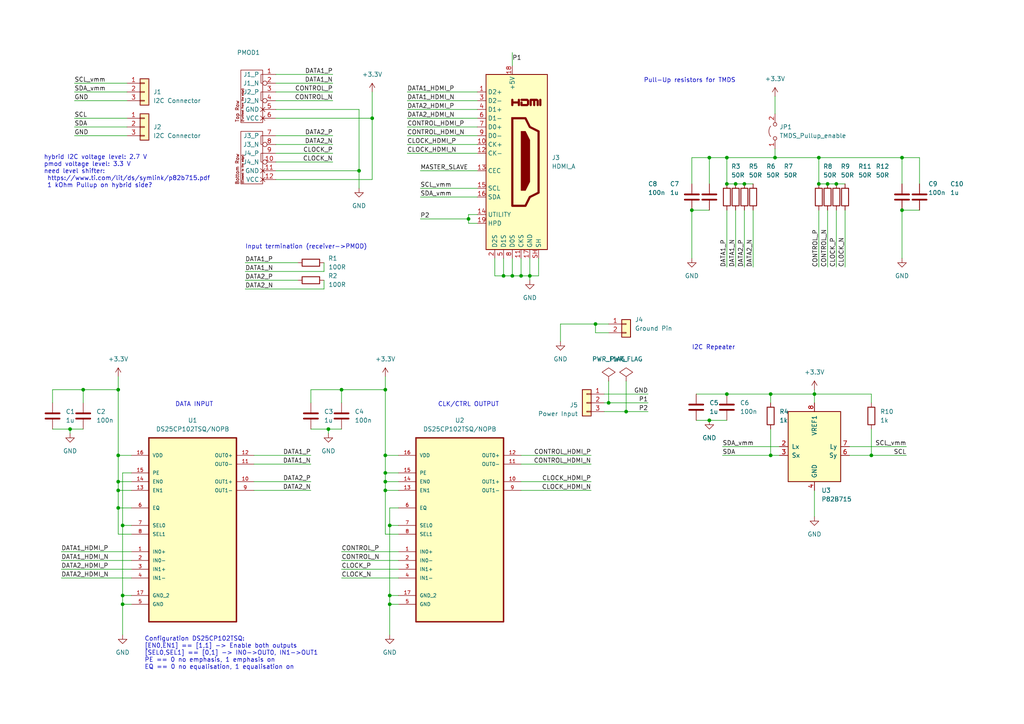
<source format=kicad_sch>
(kicad_sch (version 20230121) (generator eeschema)
  (paper "A4")
  (lib_symbols
    (symbol "Connector:HDMI_A"
      (property "Reference" "J" (at -6.35 26.67 0))
      (property "Value" "HDMI_A" (at 10.16 26.67 0))
      (symbol "HDMI_A_0_0"
        (polyline (pts (xy 8.128 16.51) (xy 8.128 18.034)) (stroke (width 0.635)))
        (polyline (pts (xy 0 16.51) (xy 0 18.034) (xy 0 17.272) (xy 1.905 17.272) (xy 1.905 18.034) (xy 1.905 16.51)) (stroke (width 0.635)))
        (polyline (pts (xy 2.667 18.034) (xy 4.318 18.034) (xy 4.572 17.78) (xy 4.572 16.764) (xy 4.318 16.51) (xy 2.667 16.51) (xy 2.667 17.272)) (stroke (width 0.635)))
      )
      (symbol "HDMI_A_0_1"
        (rectangle (start -7.62 25.4) (end 10.16 -25.4) (stroke (width 0.254)) (fill (type background)))
        (polyline (pts (xy 2.54 8.89) (xy 3.81 8.89) (xy 5.08 6.35) (xy 5.08 -5.715) (xy 3.81 -8.255) (xy 2.54 -8.255) (xy 2.54 8.89)) (fill (type outline)))
        (polyline (pts (xy 5.334 16.51) (xy 5.334 18.034) (xy 6.35 18.034) (xy 6.35 16.51) (xy 6.35 18.034) (xy 7.112 18.034) (xy 7.366 17.78) (xy 7.366 16.51)) (stroke (width 0.635)))
        (polyline (pts (xy 0 12.7) (xy 0 -12.7) (xy 3.81 -12.7) (xy 5.08 -10.16) (xy 7.62 -8.89) (xy 7.62 8.89) (xy 5.08 10.16) (xy 3.81 12.7) (xy 0 12.7)) (stroke (width 0.635)))
      )
      (symbol "HDMI_A_1_1"
        (pin passive line (at -10.16 20.32 0) (length 2.54) (name "D2+") (number "1"))
        (pin passive line (at -10.16 5.08 0) (length 2.54) (name "CK+") (number "10"))
        (pin power_in line (at 2.54 -27.94 90) (length 2.54) (name "CKS") (number "11"))
        (pin passive line (at -10.16 2.54 0) (length 2.54) (name "CK-") (number "12"))
        (pin bidirectional line (at -10.16 -2.54 0) (length 2.54) (name "CEC") (number "13"))
        (pin passive line (at -10.16 -15.24 0) (length 2.54) (name "UTILITY") (number "14"))
        (pin passive line (at -10.16 -7.62 0) (length 2.54) (name "SCL") (number "15"))
        (pin bidirectional line (at -10.16 -10.16 0) (length 2.54) (name "SDA") (number "16"))
        (pin power_in line (at 5.08 -27.94 90) (length 2.54) (name "GND") (number "17"))
        (pin power_in line (at 0 27.94 270) (length 2.54) (name "+5V") (number "18"))
        (pin passive line (at -10.16 -17.78 0) (length 2.54) (name "HPD") (number "19"))
        (pin power_in line (at -5.08 -27.94 90) (length 2.54) (name "D2S") (number "2"))
        (pin passive line (at -10.16 17.78 0) (length 2.54) (name "D2-") (number "3"))
        (pin passive line (at -10.16 15.24 0) (length 2.54) (name "D1+") (number "4"))
        (pin power_in line (at -2.54 -27.94 90) (length 2.54) (name "D1S") (number "5"))
        (pin passive line (at -10.16 12.7 0) (length 2.54) (name "D1-") (number "6"))
        (pin passive line (at -10.16 10.16 0) (length 2.54) (name "D0+") (number "7"))
        (pin power_in line (at 0 -27.94 90) (length 2.54) (name "D0S") (number "8"))
        (pin passive line (at -10.16 7.62 0) (length 2.54) (name "D0-") (number "9"))
        (pin passive line (at 7.62 -27.94 90) (length 2.54) (name "SH") (number "SH"))
      )
    )
    (symbol "Connector_Generic:Conn_01x02" (pin_names (offset 1.016) hide)
      (property "Reference" "J" (at 0 2.54 0))
      (property "Value" "Conn_01x02" (at 0 -5.08 0))
      (symbol "Conn_01x02_1_1"
        (rectangle (start -1.27 -2.413) (end 0 -2.667) (stroke (width 0.1524)))
        (rectangle (start -1.27 0.127) (end 0 -0.127) (stroke (width 0.1524)))
        (rectangle (start -1.27 1.27) (end 1.27 -3.81) (stroke (width 0.254)) (fill (type background)))
        (pin passive line (at -5.08 0 0) (length 3.81) (name "Pin_1") (number "1"))
        (pin passive line (at -5.08 -2.54 0) (length 3.81) (name "Pin_2") (number "2"))
      )
    )
    (symbol "Connector_Generic:Conn_01x03" (pin_names (offset 1.016) hide)
      (property "Reference" "J" (at 0 5.08 0))
      (property "Value" "Conn_01x03" (at 0 -5.08 0))
      (symbol "Conn_01x03_1_1"
        (rectangle (start -1.27 -2.413) (end 0 -2.667) (stroke (width 0.1524)))
        (rectangle (start -1.27 0.127) (end 0 -0.127) (stroke (width 0.1524)))
        (rectangle (start -1.27 2.667) (end 0 2.413) (stroke (width 0.1524)))
        (rectangle (start -1.27 3.81) (end 1.27 -3.81) (stroke (width 0.254)) (fill (type background)))
        (pin passive line (at -5.08 2.54 0) (length 3.81) (name "Pin_1") (number "1"))
        (pin passive line (at -5.08 0 0) (length 3.81) (name "Pin_2") (number "2"))
        (pin passive line (at -5.08 -2.54 0) (length 3.81) (name "Pin_3") (number "3"))
      )
    )
    (symbol "DS25CP102TSQ_NOPB:DS25CP102TSQ{slash}NOPB" (pin_names (offset 1.016))
      (property "Reference" "U" (at -6.03 24.8323 0))
      (property "Value" "DS25CP102TSQ{slash}NOPB" (at -6.8882 -32.8903 0))
      (symbol "DS25CP102TSQ{slash}NOPB_0_0"
        (rectangle (start -12.7 -30.48) (end 12.7 22.86) (stroke (width 0.4064)) (fill (type background)))
        (pin input line (at -17.78 -10.16 0) (length 5.08) (name "IN0+") (number "1"))
        (pin output line (at 17.78 10.16 180) (length 5.08) (name "OUT1+") (number "10"))
        (pin output line (at 17.78 15.24 180) (length 5.08) (name "OUT0-") (number "11"))
        (pin output line (at 17.78 17.78 180) (length 5.08) (name "OUT0+") (number "12"))
        (pin input line (at -17.78 7.62 0) (length 5.08) (name "EN1") (number "13"))
        (pin input line (at -17.78 10.16 0) (length 5.08) (name "EN0") (number "14"))
        (pin input line (at -17.78 12.7 0) (length 5.08) (name "PE") (number "15"))
        (pin power_in line (at -17.78 17.78 0) (length 5.08) (name "VDD") (number "16"))
        (pin passive line (at -17.78 -22.86 0) (length 5.08) (name "GND_2") (number "17"))
        (pin input line (at -17.78 -12.7 0) (length 5.08) (name "IN0-") (number "2"))
        (pin input line (at -17.78 -15.24 0) (length 5.08) (name "IN1+") (number "3"))
        (pin input line (at -17.78 -17.78 0) (length 5.08) (name "IN1-") (number "4"))
        (pin passive line (at -17.78 -25.4 0) (length 5.08) (name "GND") (number "5"))
        (pin input line (at -17.78 2.54 0) (length 5.08) (name "EQ") (number "6"))
        (pin input line (at -17.78 -2.54 0) (length 5.08) (name "SEL0") (number "7"))
        (pin input line (at -17.78 -5.08 0) (length 5.08) (name "SEL1") (number "8"))
        (pin output line (at 17.78 7.62 180) (length 5.08) (name "OUT1-") (number "9"))
      )
    )
    (symbol "Device:C" (pin_numbers hide) (pin_names (offset 0.254))
      (property "Reference" "C" (at 0.635 2.54 0))
      (property "Value" "C" (at 0.635 -2.54 0))
      (symbol "C_0_1"
        (polyline (pts (xy -2.032 -0.762) (xy 2.032 -0.762)) (stroke (width 0.508)))
        (polyline (pts (xy -2.032 0.762) (xy 2.032 0.762)) (stroke (width 0.508)))
      )
      (symbol "C_1_1"
        (pin passive line (at 0 3.81 270) (length 2.794) (name "~") (number "1"))
        (pin passive line (at 0 -3.81 90) (length 2.794) (name "~") (number "2"))
      )
    )
    (symbol "Device:R" (pin_numbers hide) (pin_names (offset 0))
      (property "Reference" "R" (at 2.032 0 90))
      (property "Value" "R" (at 0 0 90))
      (symbol "R_0_1"
        (rectangle (start -1.016 -2.54) (end 1.016 2.54) (stroke (width 0.254)))
      )
      (symbol "R_1_1"
        (pin passive line (at 0 3.81 270) (length 1.27) (name "~") (number "1"))
        (pin passive line (at 0 -3.81 90) (length 1.27) (name "~") (number "2"))
      )
    )
    (symbol "Interface:PCA9306D" (pin_names (offset 1.016))
      (property "Reference" "U?" (at 2.0194 -12.7 0))
      (property "Value" "P82B715" (at 2.0194 -15.24 0))
      (symbol "PCA9306D_0_1"
        (rectangle (start -7.62 10.16) (end 7.62 -10.16) (stroke (width 0.254)) (fill (type background)))
      )
      (symbol "PCA9306D_1_1"
        (pin bidirectional line (at -10.16 0 0) (length 2.54) (name "Lx") (number "2"))
        (pin bidirectional line (at -10.16 -2.54 0) (length 2.54) (name "Sx") (number "3"))
        (pin power_in line (at 0 -12.7 90) (length 2.54) (name "GND") (number "4"))
        (pin bidirectional line (at 10.16 -2.54 180) (length 2.54) (name "Sy") (number "6"))
        (pin bidirectional line (at 10.16 0 180) (length 2.54) (name "Ly") (number "7"))
        (pin power_in line (at 0 12.7 270) (length 2.54) (name "VREF1") (number "8"))
      )
    )
    (symbol "Jumper:Jumper_2_Open" (pin_names (offset 0) hide)
      (property "Reference" "JP" (at 0 2.794 0))
      (property "Value" "Jumper_2_Open" (at 0 -2.286 0))
      (symbol "Jumper_2_Open_0_0"
        (circle (center -2.032 0) (radius 0.508))
        (circle (center 2.032 0) (radius 0.508))
      )
      (symbol "Jumper_2_Open_0_1"
        (arc (start 1.524 1.27) (mid 0 1.778) (end -1.524 1.27))
      )
      (symbol "Jumper_2_Open_1_1"
        (pin passive line (at -5.08 0 0) (length 2.54) (name "A") (number "1"))
        (pin passive line (at 5.08 0 180) (length 2.54) (name "B") (number "2"))
      )
    )
    (symbol "otter:PWR_FLAG" (power) (pin_numbers hide) (pin_names (offset 0) hide)
      (property "Value" "PWR_FLAG" (at 0 4.572 0))
      (symbol "PWR_FLAG_0_0"
        (pin power_out line (at 0 0 90) (length 0) (name "pwr") (number "1"))
      )
      (symbol "PWR_FLAG_0_1"
        (polyline (pts (xy 0 0) (xy 0 1.27) (xy -1.905 2.54) (xy 0 3.81) (xy 1.905 2.54) (xy 0 1.27)))
      )
    )
    (symbol "pmod:PMOD-Device-x2-Type-XHS" (pin_names (offset 1.016))
      (property "Reference" "PMOD" (at -3.302 -1.27 0))
      (property "Datasheet" "https://docs.google.com/a/mithis.com/spreadsheets/d/1D-GboyrP57VVpejQzEm0P1WEORo1LAIt92hk1bZGEoo/edit#gid=0" (at -1.27 7.62 0))
      (symbol "PMOD-Device-x2-Type-XHS_0_0"
        (text "(Closest to the edge)" (at -5.842 -13.462 900) (effects (font (size 0.508 0.508))))
        (text "(Furthest from the edge)" (at -5.842 5.08 900) (effects (font (size 0.508 0.508))))
        (text "Bottom Row" (at -7.366 -13.462 900) (effects (font (size 0.9906 0.9906))))
        (text "Top Row" (at -7.366 3.302 900) (effects (font (size 0.9906 0.9906))))
      )
      (symbol "PMOD-Device-x2-Type-XHS_0_1"
        (rectangle (start -6.35 -2.54) (end 0 -17.78))
        (polyline (pts (xy 0 -11.43) (xy -0.508 -11.43) (xy -0.508 -8.89) (xy 0 -8.89)))
        (polyline (pts (xy 0 -6.35) (xy -0.508 -6.35) (xy -0.508 -3.81) (xy 0 -3.81)))
        (polyline (pts (xy 0 6.35) (xy -0.508 6.35) (xy -0.508 8.89) (xy 0 8.89)))
        (polyline (pts (xy 0 11.43) (xy -0.508 11.43) (xy -0.508 13.97) (xy 0 13.97)))
        (rectangle (start 0 15.24) (end -6.35 0))
      )
      (symbol "PMOD-Device-x2-Type-XHS_1_1"
        (pin bidirectional line (at 3.81 13.97 180) (length 3.81) (name "J1_P") (number "1"))
        (pin bidirectional inverted (at 3.81 -11.43 180) (length 3.81) (name "J4_N") (number "10"))
        (pin power_out non_logic (at 3.81 -13.97 180) (length 3.81) (name "GND") (number "11"))
        (pin power_out non_logic (at 3.81 -16.51 180) (length 3.81) (name "VCC") (number "12"))
        (pin bidirectional inverted (at 3.81 11.43 180) (length 3.81) (name "J1_N") (number "2"))
        (pin bidirectional line (at 3.81 8.89 180) (length 3.81) (name "J2_P") (number "3"))
        (pin bidirectional inverted (at 3.81 6.35 180) (length 3.81) (name "J2_N") (number "4"))
        (pin power_out non_logic (at 3.81 3.81 180) (length 3.81) (name "GND") (number "5"))
        (pin power_out non_logic (at 3.81 1.27 180) (length 3.81) (name "VCC") (number "6"))
        (pin bidirectional line (at 3.81 -3.81 180) (length 3.81) (name "J3_P") (number "7"))
        (pin bidirectional inverted (at 3.81 -6.35 180) (length 3.81) (name "J3_N") (number "8"))
        (pin bidirectional line (at 3.81 -8.89 180) (length 3.81) (name "J4_P") (number "9"))
      )
    )
    (symbol "power:+3.3V" (power) (pin_names (offset 0))
      (property "Value" "+3.3V" (at 0 3.556 0))
      (symbol "+3.3V_0_1"
        (polyline (pts (xy -0.762 1.27) (xy 0 2.54)))
        (polyline (pts (xy 0 0) (xy 0 2.54)))
        (polyline (pts (xy 0 2.54) (xy 0.762 1.27)))
      )
      (symbol "+3.3V_1_1"
        (pin power_in line (at 0 0 90) (length 0) hide (name "+3.3V") (number "1"))
      )
    )
    (symbol "power:GND" (power) (pin_names (offset 0))
      (property "Value" "GND" (at 0 -3.81 0))
      (symbol "GND_0_1"
        (polyline (pts (xy 0 0) (xy 0 -1.27) (xy 1.27 -1.27) (xy 0 -2.54) (xy -1.27 -1.27) (xy 0 -1.27)))
      )
      (symbol "GND_1_1"
        (pin power_in line (at 0 0 270) (length 0) hide (name "GND") (number "1"))
      )
    )
  )
  (junction (at 113.03 172.72))
  (junction (at 35.56 175.26))
  (junction (at 34.29 142.24))
  (junction (at 146.05 80.01))
  (junction (at 95.25 124.46))
  (junction (at 261.62 45.72))
  (junction (at 34.29 113.03))
  (junction (at 210.82 114.3))
  (junction (at 224.79 45.72))
  (junction (at 176.53 116.84))
  (junction (at 210.82 45.72))
  (junction (at 205.74 121.92))
  (junction (at 113.03 175.26))
  (junction (at 215.9 53.34))
  (junction (at 205.74 45.72))
  (junction (at 200.66 60.96))
  (junction (at 34.29 147.32))
  (junction (at 113.03 152.4))
  (junction (at 111.76 113.03))
  (junction (at 236.22 114.3))
  (junction (at 181.61 119.38))
  (junction (at 240.03 53.34))
  (junction (at 223.52 114.3))
  (junction (at 153.67 80.01))
  (junction (at 151.13 80.01))
  (junction (at 242.57 53.34))
  (junction (at 34.29 132.08))
  (junction (at 213.36 53.34))
  (junction (at 261.62 60.96))
  (junction (at 210.82 53.34))
  (junction (at 135.89 63.5))
  (junction (at 111.76 132.08))
  (junction (at 237.49 53.34))
  (junction (at 111.76 142.24))
  (junction (at 223.52 132.08))
  (junction (at 111.76 137.16))
  (junction (at 35.56 152.4))
  (junction (at 148.59 80.01))
  (junction (at 252.73 132.08))
  (junction (at 99.06 113.03))
  (junction (at 35.56 172.72))
  (junction (at 237.49 45.72))
  (junction (at 34.29 139.7))
  (junction (at 24.13 113.03))
  (junction (at 111.76 139.7))
  (junction (at 104.14 49.53))
  (junction (at 172.72 93.98))
  (junction (at 20.32 124.46))
  (junction (at 107.95 34.29))
  (wire (pts (xy 252.73 114.3) (xy 236.22 114.3)))
  (wire (pts (xy 80.01 52.07) (xy 107.95 52.07)))
  (wire (pts (xy 237.49 53.34) (xy 240.03 53.34)))
  (wire (pts (xy 90.17 132.08) (xy 73.66 132.08)))
  (wire (pts (xy 156.21 80.01) (xy 153.67 80.01)))
  (wire (pts (xy 21.59 29.21) (xy 36.83 29.21)))
  (wire (pts (xy 146.05 80.01) (xy 148.59 80.01)))
  (wire (pts (xy 80.01 31.75) (xy 104.14 31.75)))
  (wire (pts (xy 201.93 114.3) (xy 210.82 114.3)))
  (wire (pts (xy 99.06 113.03) (xy 99.06 116.84)))
  (wire (pts (xy 96.52 24.13) (xy 80.01 24.13)))
  (wire (pts (xy 262.89 129.54) (xy 246.38 129.54)))
  (wire (pts (xy 38.1 137.16) (xy 35.56 137.16)))
  (wire (pts (xy 99.06 113.03) (xy 111.76 113.03)))
  (wire (pts (xy 209.55 129.54) (xy 226.06 129.54)))
  (wire (pts (xy 107.95 52.07) (xy 107.95 34.29)))
  (wire (pts (xy 90.17 124.46) (xy 95.25 124.46)))
  (wire (pts (xy 121.92 57.15) (xy 138.43 57.15)))
  (wire (pts (xy 17.78 167.64) (xy 38.1 167.64)))
  (wire (pts (xy 210.82 45.72) (xy 224.79 45.72)))
  (wire (pts (xy 80.01 41.91) (xy 96.52 41.91)))
  (wire (pts (xy 205.74 45.72) (xy 210.82 45.72)))
  (wire (pts (xy 121.92 63.5) (xy 135.89 63.5)))
  (wire (pts (xy 156.21 74.93) (xy 156.21 80.01)))
  (wire (pts (xy 223.52 114.3) (xy 223.52 116.84)))
  (wire (pts (xy 236.22 114.3) (xy 236.22 116.84)))
  (wire (pts (xy 118.11 39.37) (xy 138.43 39.37)))
  (wire (pts (xy 71.12 76.2) (xy 86.36 76.2)))
  (wire (pts (xy 171.45 139.7) (xy 151.13 139.7)))
  (wire (pts (xy 223.52 124.46) (xy 223.52 132.08)))
  (wire (pts (xy 175.26 114.3) (xy 187.96 114.3)))
  (wire (pts (xy 135.89 64.77) (xy 138.43 64.77)))
  (wire (pts (xy 20.32 124.46) (xy 24.13 124.46)))
  (wire (pts (xy 252.73 116.84) (xy 252.73 114.3)))
  (wire (pts (xy 151.13 80.01) (xy 153.67 80.01)))
  (wire (pts (xy 35.56 175.26) (xy 35.56 172.72)))
  (wire (pts (xy 80.01 44.45) (xy 96.52 44.45)))
  (wire (pts (xy 213.36 77.47) (xy 213.36 60.96)))
  (wire (pts (xy 90.17 134.62) (xy 73.66 134.62)))
  (wire (pts (xy 113.03 175.26) (xy 113.03 172.72)))
  (wire (pts (xy 115.57 154.94) (xy 111.76 154.94)))
  (wire (pts (xy 21.59 24.13) (xy 36.83 24.13)))
  (wire (pts (xy 96.52 26.67) (xy 80.01 26.67)))
  (wire (pts (xy 223.52 114.3) (xy 236.22 114.3)))
  (wire (pts (xy 224.79 43.18) (xy 224.79 45.72)))
  (wire (pts (xy 240.03 53.34) (xy 242.57 53.34)))
  (wire (pts (xy 118.11 31.75) (xy 138.43 31.75)))
  (wire (pts (xy 237.49 77.47) (xy 237.49 60.96)))
  (wire (pts (xy 261.62 74.93) (xy 261.62 60.96)))
  (wire (pts (xy 121.92 54.61) (xy 138.43 54.61)))
  (wire (pts (xy 96.52 21.59) (xy 80.01 21.59)))
  (wire (pts (xy 237.49 45.72) (xy 237.49 53.34)))
  (wire (pts (xy 162.56 99.06) (xy 162.56 93.98)))
  (wire (pts (xy 148.59 74.93) (xy 148.59 80.01)))
  (wire (pts (xy 205.74 121.92) (xy 210.82 121.92)))
  (wire (pts (xy 115.57 147.32) (xy 113.03 147.32)))
  (wire (pts (xy 237.49 45.72) (xy 261.62 45.72)))
  (wire (pts (xy 181.61 119.38) (xy 187.96 119.38)))
  (wire (pts (xy 245.11 77.47) (xy 245.11 60.96)))
  (wire (pts (xy 118.11 36.83) (xy 138.43 36.83)))
  (wire (pts (xy 21.59 26.67) (xy 36.83 26.67)))
  (wire (pts (xy 201.93 121.92) (xy 205.74 121.92)))
  (wire (pts (xy 176.53 110.49) (xy 176.53 116.84)))
  (wire (pts (xy 34.29 147.32) (xy 38.1 147.32)))
  (wire (pts (xy 35.56 172.72) (xy 38.1 172.72)))
  (wire (pts (xy 115.57 132.08) (xy 111.76 132.08)))
  (wire (pts (xy 113.03 184.15) (xy 113.03 175.26)))
  (wire (pts (xy 35.56 137.16) (xy 35.56 152.4)))
  (wire (pts (xy 135.89 63.5) (xy 135.89 64.77)))
  (wire (pts (xy 261.62 60.96) (xy 266.7 60.96)))
  (wire (pts (xy 215.9 77.47) (xy 215.9 60.96)))
  (wire (pts (xy 153.67 80.01) (xy 153.67 81.28)))
  (wire (pts (xy 113.03 175.26) (xy 115.57 175.26)))
  (wire (pts (xy 118.11 34.29) (xy 138.43 34.29)))
  (wire (pts (xy 99.06 165.1) (xy 115.57 165.1)))
  (wire (pts (xy 95.25 124.46) (xy 95.25 125.73)))
  (wire (pts (xy 111.76 142.24) (xy 111.76 154.94)))
  (wire (pts (xy 80.01 49.53) (xy 104.14 49.53)))
  (wire (pts (xy 71.12 83.82) (xy 93.98 83.82)))
  (wire (pts (xy 80.01 34.29) (xy 107.95 34.29)))
  (wire (pts (xy 200.66 53.34) (xy 200.66 45.72)))
  (wire (pts (xy 172.72 93.98) (xy 176.53 93.98)))
  (wire (pts (xy 90.17 142.24) (xy 73.66 142.24)))
  (wire (pts (xy 262.89 132.08) (xy 252.73 132.08)))
  (wire (pts (xy 162.56 93.98) (xy 172.72 93.98)))
  (wire (pts (xy 200.66 60.96) (xy 205.74 60.96)))
  (wire (pts (xy 118.11 41.91) (xy 138.43 41.91)))
  (wire (pts (xy 242.57 77.47) (xy 242.57 60.96)))
  (wire (pts (xy 138.43 62.23) (xy 135.89 62.23)))
  (wire (pts (xy 153.67 74.93) (xy 153.67 80.01)))
  (wire (pts (xy 20.32 124.46) (xy 20.32 125.73)))
  (wire (pts (xy 261.62 53.34) (xy 261.62 45.72)))
  (wire (pts (xy 266.7 53.34) (xy 266.7 45.72)))
  (wire (pts (xy 175.26 116.84) (xy 176.53 116.84)))
  (wire (pts (xy 111.76 139.7) (xy 115.57 139.7)))
  (wire (pts (xy 34.29 139.7) (xy 34.29 132.08)))
  (wire (pts (xy 111.76 113.03) (xy 111.76 132.08)))
  (wire (pts (xy 15.24 116.84) (xy 15.24 113.03)))
  (wire (pts (xy 95.25 124.46) (xy 99.06 124.46)))
  (wire (pts (xy 176.53 96.52) (xy 172.72 96.52)))
  (wire (pts (xy 80.01 46.99) (xy 96.52 46.99)))
  (wire (pts (xy 80.01 39.37) (xy 96.52 39.37)))
  (wire (pts (xy 146.05 74.93) (xy 146.05 80.01)))
  (wire (pts (xy 21.59 39.37) (xy 36.83 39.37)))
  (wire (pts (xy 148.59 80.01) (xy 151.13 80.01)))
  (wire (pts (xy 210.82 114.3) (xy 223.52 114.3)))
  (wire (pts (xy 223.52 132.08) (xy 226.06 132.08)))
  (wire (pts (xy 176.53 116.84) (xy 187.96 116.84)))
  (wire (pts (xy 34.29 113.03) (xy 34.29 132.08)))
  (wire (pts (xy 252.73 124.46) (xy 252.73 132.08)))
  (wire (pts (xy 38.1 132.08) (xy 34.29 132.08)))
  (wire (pts (xy 252.73 132.08) (xy 246.38 132.08)))
  (wire (pts (xy 148.59 15.24) (xy 148.59 19.05)))
  (wire (pts (xy 143.51 74.93) (xy 143.51 80.01)))
  (wire (pts (xy 171.45 132.08) (xy 151.13 132.08)))
  (wire (pts (xy 240.03 77.47) (xy 240.03 60.96)))
  (wire (pts (xy 118.11 26.67) (xy 138.43 26.67)))
  (wire (pts (xy 213.36 53.34) (xy 215.9 53.34)))
  (wire (pts (xy 115.57 142.24) (xy 111.76 142.24)))
  (wire (pts (xy 35.56 184.15) (xy 35.56 175.26)))
  (wire (pts (xy 175.26 119.38) (xy 181.61 119.38)))
  (wire (pts (xy 111.76 142.24) (xy 111.76 139.7)))
  (wire (pts (xy 113.03 152.4) (xy 113.03 172.72)))
  (wire (pts (xy 96.52 29.21) (xy 80.01 29.21)))
  (wire (pts (xy 107.95 34.29) (xy 107.95 26.67)))
  (wire (pts (xy 17.78 160.02) (xy 38.1 160.02)))
  (wire (pts (xy 209.55 132.08) (xy 223.52 132.08)))
  (wire (pts (xy 210.82 77.47) (xy 210.82 60.96)))
  (wire (pts (xy 111.76 137.16) (xy 111.76 132.08)))
  (wire (pts (xy 200.66 45.72) (xy 205.74 45.72)))
  (wire (pts (xy 17.78 165.1) (xy 38.1 165.1)))
  (wire (pts (xy 224.79 45.72) (xy 237.49 45.72)))
  (wire (pts (xy 111.76 137.16) (xy 115.57 137.16)))
  (wire (pts (xy 118.11 44.45) (xy 138.43 44.45)))
  (wire (pts (xy 34.29 109.22) (xy 34.29 113.03)))
  (wire (pts (xy 242.57 53.34) (xy 245.11 53.34)))
  (wire (pts (xy 218.44 77.47) (xy 218.44 60.96)))
  (wire (pts (xy 236.22 142.24) (xy 236.22 149.86)))
  (wire (pts (xy 171.45 134.62) (xy 151.13 134.62)))
  (wire (pts (xy 34.29 142.24) (xy 34.29 139.7)))
  (wire (pts (xy 210.82 53.34) (xy 213.36 53.34)))
  (wire (pts (xy 71.12 81.28) (xy 86.36 81.28)))
  (wire (pts (xy 111.76 109.22) (xy 111.76 113.03)))
  (wire (pts (xy 99.06 162.56) (xy 115.57 162.56)))
  (wire (pts (xy 151.13 74.93) (xy 151.13 80.01)))
  (wire (pts (xy 17.78 162.56) (xy 38.1 162.56)))
  (wire (pts (xy 90.17 113.03) (xy 99.06 113.03)))
  (wire (pts (xy 90.17 139.7) (xy 73.66 139.7)))
  (wire (pts (xy 24.13 113.03) (xy 34.29 113.03)))
  (wire (pts (xy 15.24 124.46) (xy 20.32 124.46)))
  (wire (pts (xy 172.72 96.52) (xy 172.72 93.98)))
  (wire (pts (xy 38.1 142.24) (xy 34.29 142.24)))
  (wire (pts (xy 90.17 116.84) (xy 90.17 113.03)))
  (wire (pts (xy 135.89 62.23) (xy 135.89 63.5)))
  (wire (pts (xy 104.14 31.75) (xy 104.14 49.53)))
  (wire (pts (xy 38.1 154.94) (xy 34.29 154.94)))
  (wire (pts (xy 34.29 139.7) (xy 38.1 139.7)))
  (wire (pts (xy 181.61 110.49) (xy 181.61 119.38)))
  (wire (pts (xy 99.06 167.64) (xy 115.57 167.64)))
  (wire (pts (xy 93.98 78.74) (xy 93.98 76.2)))
  (wire (pts (xy 93.98 83.82) (xy 93.98 81.28)))
  (wire (pts (xy 34.29 154.94) (xy 34.29 147.32)))
  (wire (pts (xy 15.24 113.03) (xy 24.13 113.03)))
  (wire (pts (xy 224.79 27.94) (xy 224.79 33.02)))
  (wire (pts (xy 71.12 78.74) (xy 93.98 78.74)))
  (wire (pts (xy 35.56 152.4) (xy 35.56 172.72)))
  (wire (pts (xy 236.22 113.03) (xy 236.22 114.3)))
  (wire (pts (xy 104.14 49.53) (xy 104.14 54.61)))
  (wire (pts (xy 205.74 53.34) (xy 205.74 45.72)))
  (wire (pts (xy 111.76 139.7) (xy 111.76 137.16)))
  (wire (pts (xy 210.82 45.72) (xy 210.82 53.34)))
  (wire (pts (xy 171.45 142.24) (xy 151.13 142.24)))
  (wire (pts (xy 215.9 53.34) (xy 218.44 53.34)))
  (wire (pts (xy 113.03 172.72) (xy 115.57 172.72)))
  (wire (pts (xy 118.11 29.21) (xy 138.43 29.21)))
  (wire (pts (xy 113.03 147.32) (xy 113.03 152.4)))
  (wire (pts (xy 24.13 113.03) (xy 24.13 116.84)))
  (wire (pts (xy 143.51 80.01) (xy 146.05 80.01)))
  (wire (pts (xy 21.59 36.83) (xy 36.83 36.83)))
  (wire (pts (xy 34.29 147.32) (xy 34.29 142.24)))
  (wire (pts (xy 35.56 175.26) (xy 38.1 175.26)))
  (wire (pts (xy 21.59 34.29) (xy 36.83 34.29)))
  (wire (pts (xy 200.66 74.93) (xy 200.66 60.96)))
  (wire (pts (xy 99.06 160.02) (xy 115.57 160.02)))
  (wire (pts (xy 115.57 152.4) (xy 113.03 152.4)))
  (wire (pts (xy 38.1 152.4) (xy 35.56 152.4)))
  (wire (pts (xy 121.92 49.53) (xy 138.43 49.53)))
  (wire (pts (xy 266.7 45.72) (xy 261.62 45.72)))
  (text "hybrid I2C voltage level: 2.7 V\npmod voltage level: 3.3 V\nneed level shifter:\n https://www.ti.com/lit/ds/symlink/p82b715.pdf\n 1 kOhm Pullup on hybrid side?" (at 12.7 54.61 0) (effects (font (size 1.27 1.27)) (justify left bottom)))
  (text "Configuration DS25CP102TSQ:\n[EN0,EN1] == [1,1] -> Enable both outputs\n[SEL0,SEL1] == [0,1] -> IN0->OUT0, IN1->OUT1\nPE == 0 no emphasis, 1 emphasis on\nEQ == 0 no equalisation, 1 equalisation on" (at 41.91 194.31 0) (effects (font (size 1.27 1.27)) (justify left bottom)))
  (text "Input termination (receiver->PMOD)" (at 71.12 72.39 0) (effects (font (size 1.27 1.27)) (justify left bottom)))
  (text "CLK/CTRL OUTPUT" (at 127 118.11 0) (effects (font (size 1.27 1.27)) (justify left bottom)))
  (text "DATA INPUT" (at 50.8 118.11 0) (effects (font (size 1.27 1.27)) (justify left bottom)))
  (text "I2C Repeater" (at 200.66 101.6 0) (effects (font (size 1.27 1.27)) (justify left bottom)))
  (text "Pull-Up resistors for TMDS" (at 186.69 24.13 0) (effects (font (size 1.27 1.27)) (justify left bottom)))
  (label "DATA2_N" (at 90.17 142.24 180))
  (label "CONTROL_P" (at 99.06 160.02 0))
  (label "DATA2_N" (at 96.52 41.91 180))
  (label "GND" (at 21.59 29.21 0))
  (label "DATA2_P" (at 90.17 139.7 180))
  (label "DATA1_HDMI_N" (at 17.78 162.56 0))
  (label "DATA2_HDMI_P" (at 118.11 31.75 0))
  (label "CONTROL_P" (at 96.52 26.67 180))
  (label "P1" (at 148.59 17.78 0))
  (label "DATA1_HDMI_N" (at 118.11 29.21 0))
  (label "CONTROL_HDMI_P" (at 118.11 36.83 0))
  (label "SDA" (at 21.59 36.83 0))
  (label "SDA_vmm" (at 209.55 129.54 0))
  (label "P1" (at 187.96 116.84 180))
  (label "SCL" (at 262.89 132.08 180))
  (label "DATA1_P" (at 210.82 77.47 90))
  (label "SDA_vmm" (at 21.59 26.67 0))
  (label "DATA1_HDMI_P" (at 118.11 26.67 0))
  (label "CLOCK_HDMI_N" (at 171.45 142.24 180))
  (label "DATA1_N" (at 213.36 77.47 90))
  (label "CLOCK_P" (at 99.06 165.1 0))
  (label "DATA2_N" (at 218.44 77.47 90))
  (label "GND" (at 21.59 39.37 0))
  (label "DATA1_P" (at 90.17 132.08 180))
  (label "DATA2_P" (at 215.9 77.47 90))
  (label "CLOCK_N" (at 99.06 167.64 0))
  (label "DATA2_P" (at 71.12 81.28 0))
  (label "DATA1_N" (at 90.17 134.62 180))
  (label "DATA1_N" (at 71.12 78.74 0))
  (label "CLOCK_HDMI_N" (at 118.11 44.45 0))
  (label "GND" (at 187.96 114.3 180))
  (label "CLOCK_N" (at 96.52 46.99 180))
  (label "SCL" (at 21.59 34.29 0))
  (label "DATA2_HDMI_N" (at 17.78 167.64 0))
  (label "DATA1_HDMI_P" (at 17.78 160.02 0))
  (label "CONTROL_N" (at 96.52 29.21 180))
  (label "DATA2_HDMI_N" (at 118.11 34.29 0))
  (label "P2" (at 187.96 119.38 180))
  (label "SCL_vmm" (at 262.89 129.54 180))
  (label "CONTROL_P" (at 237.49 77.47 90))
  (label "DATA1_P" (at 96.52 21.59 180))
  (label "DATA2_P" (at 96.52 39.37 180))
  (label "SCL_vmm" (at 121.92 54.61 0))
  (label "DATA2_N" (at 71.12 83.82 0))
  (label "P2" (at 121.92 63.5 0))
  (label "CLOCK_P" (at 242.57 77.47 90))
  (label "CLOCK_HDMI_P" (at 171.45 139.7 180))
  (label "CONTROL_N" (at 240.03 77.47 90))
  (label "MASTER_SLAVE" (at 121.92 49.53 0))
  (label "SCL_vmm" (at 21.59 24.13 0))
  (label "SDA" (at 209.55 132.08 0))
  (label "CONTROL_HDMI_N" (at 118.11 39.37 0))
  (label "CLOCK_HDMI_P" (at 118.11 41.91 0))
  (label "CLOCK_P" (at 96.52 44.45 180))
  (label "DATA1_N" (at 96.52 24.13 180))
  (label "CONTROL_N" (at 99.06 162.56 0))
  (label "SDA_vmm" (at 121.92 57.15 0))
  (label "DATA1_P" (at 71.12 76.2 0))
  (label "CLOCK_N" (at 245.11 77.47 90))
  (label "CONTROL_HDMI_N" (at 171.45 134.62 180))
  (label "DATA2_HDMI_P" (at 17.78 165.1 0))
  (label "CONTROL_HDMI_P" (at 171.45 132.08 180))
  (symbol (lib_id "Device:R") (at 242.57 57.15 0) (unit 1)
    (property "Reference" "R11" (at 248.92 48.26 0) (effects (justify left)))
    (property "Value" "50R" (at 248.92 50.8 0) (effects (justify left)))
    (property "Footprint" "Resistor_SMD:R_0402_1005Metric_Pad0.72x0.64mm_HandSolder" (effects hide))
  )
  (symbol (lib_id "Device:R") (at 237.49 57.15 0) (unit 1)
    (property "Reference" "R8" (at 238.76 48.26 0) (effects (justify left)))
    (property "Value" "50R" (at 238.76 50.8 0) (effects (justify left)))
    (property "Footprint" "Resistor_SMD:R_0402_1005Metric_Pad0.72x0.64mm_HandSolder" (effects hide))
  )
  (symbol (lib_id "power:GND") (at 261.62 74.93 0) (unit 1)
    (property "Reference" "#PWR016" (effects hide))
    (property "Value" "GND" (at 261.62 80.01 0))
  )
  (symbol (lib_id "Interface:PCA9306D") (at 236.22 129.54 0) (unit 1)
    (property "Reference" "U3" (at 238.2394 142.24 0) (effects (justify left)))
    (property "Value" "P82B715" (at 238.2394 144.78 0) (effects (justify left)))
    (property "Footprint" "Package_SO:SOIC-8_3.9x4.9mm_P1.27mm" (effects hide))
    (property "Datasheet" "https://www.ti.com/lit/ds/symlink/p82b715.pdf" (effects hide))
  )
  (symbol (lib_id "Device:C") (at 24.13 120.65 0) (unit 1)
    (property "Reference" "C2" (at 27.94 119.3799 0) (effects (justify left)))
    (property "Value" "100n" (at 27.94 121.9199 0) (effects (justify left)))
    (property "Footprint" "Capacitor_SMD:C_0402_1005Metric_Pad0.74x0.62mm_HandSolder" (effects hide))
  )
  (symbol (lib_id "power:GND") (at 113.03 184.15 0) (unit 1)
    (property "Reference" "#PWR08" (effects hide))
    (property "Value" "GND" (at 113.03 189.23 0))
  )
  (symbol (lib_id "Device:C") (at 15.24 120.65 0) (unit 1)
    (property "Reference" "C1" (at 19.05 119.3799 0) (effects (justify left)))
    (property "Value" "1u" (at 19.05 121.9199 0) (effects (justify left)))
    (property "Footprint" "Capacitor_SMD:C_0402_1005Metric_Pad0.74x0.62mm_HandSolder" (effects hide))
  )
  (symbol (lib_id "Device:C") (at 205.74 57.15 0) (unit 1)
    (property "Reference" "C7" (at 194.31 53.34 0) (effects (justify left)))
    (property "Value" "1u" (at 194.31 55.88 0) (effects (justify left)))
    (property "Footprint" "Capacitor_SMD:C_0402_1005Metric_Pad0.74x0.62mm_HandSolder" (effects hide))
  )
  (symbol (lib_id "Device:C") (at 210.82 118.11 0) (unit 1)
    (property "Reference" "C6" (at 214.63 116.8399 0) (effects (justify left)))
    (property "Value" "100n" (at 214.63 119.3799 0) (effects (justify left)))
    (property "Footprint" "Capacitor_SMD:C_0402_1005Metric_Pad0.74x0.62mm_HandSolder" (effects hide))
  )
  (symbol (lib_id "power:GND") (at 200.66 74.93 0) (unit 1)
    (property "Reference" "#PWR015" (effects hide))
    (property "Value" "GND" (at 200.66 80.01 0))
  )
  (symbol (lib_id "otter:PWR_FLAG") (at 176.53 110.49 0) (unit 1)
    (property "Reference" "#FLG01" (effects hide))
    (property "Value" "PWR_FLAG" (at 176.53 104.14 0))
  )
  (symbol (lib_id "Jumper:Jumper_2_Open") (at 224.79 38.1 90) (unit 1)
    (property "Reference" "JP1" (at 226.06 36.8299 90) (effects (justify right)))
    (property "Value" "TMDS_Pullup_enable" (at 226.06 39.3699 90) (effects (justify right)))
    (property "Footprint" "Connector_PinHeader_2.54mm:PinHeader_1x02_P2.54mm_Vertical" (effects hide))
  )
  (symbol (lib_id "power:GND") (at 153.67 81.28 0) (unit 1)
    (property "Reference" "#PWR09" (effects hide))
    (property "Value" "GND" (at 153.67 86.36 0))
  )
  (symbol (lib_id "power:+3.3V") (at 107.95 26.67 0) (unit 1)
    (property "Reference" "#PWR06" (effects hide))
    (property "Value" "+3.3V" (at 107.95 21.59 0))
  )
  (symbol (lib_id "power:GND") (at 35.56 184.15 0) (unit 1)
    (property "Reference" "#PWR03" (effects hide))
    (property "Value" "GND" (at 35.56 189.23 0))
  )
  (symbol (lib_id "Device:C") (at 261.62 57.15 0) (unit 1)
    (property "Reference" "C9" (at 269.24 53.34 0) (effects (justify left)))
    (property "Value" "100n" (at 269.24 55.88 0) (effects (justify left)))
    (property "Footprint" "Capacitor_SMD:C_0402_1005Metric_Pad0.74x0.62mm_HandSolder" (effects hide))
  )
  (symbol (lib_id "power:+3.3V") (at 236.22 113.03 0) (unit 1)
    (property "Reference" "#PWR012" (effects hide))
    (property "Value" "+3.3V" (at 236.22 107.95 0))
  )
  (symbol (lib_id "DS25CP102TSQ_NOPB:DS25CP102TSQ{slash}NOPB") (at 133.35 149.86 0) (unit 1)
    (property "Reference" "U2" (at 133.35 121.92 0))
    (property "Value" "DS25CP102TSQ/NOPB" (at 133.35 124.46 0))
    (property "Footprint" "DS25CP102TSQ:QFN50P400X400X80-17N" (effects hide))
    (property "SUPPLIER" "National Semiconductor" (effects hide))
    (property "OC_FARNELL" "1685353" (effects hide))
    (property "MPN" "DS25CP102TSQ/NOPB" (effects hide))
    (property "OC_NEWARK" "64M6835" (effects hide))
    (property "PACKAGE" "LLP-16" (effects hide))
  )
  (symbol (lib_id "Device:R") (at 90.17 76.2 90) (unit 1)
    (property "Reference" "R1" (at 96.52 74.93 90))
    (property "Value" "100R" (at 97.79 77.47 90))
    (property "Footprint" "Resistor_SMD:R_0402_1005Metric_Pad0.72x0.64mm_HandSolder" (effects hide))
  )
  (symbol (lib_id "power:+3.3V") (at 34.29 109.22 0) (unit 1)
    (property "Reference" "#PWR02" (effects hide))
    (property "Value" "+3.3V" (at 34.29 104.14 0))
  )
  (symbol (lib_id "power:+3.3V") (at 224.79 27.94 0) (unit 1)
    (property "Reference" "#PWR014" (effects hide))
    (property "Value" "+3.3V" (at 224.79 22.86 0))
  )
  (symbol (lib_id "power:GND") (at 205.74 121.92 0) (unit 1)
    (property "Reference" "#PWR011" (effects hide))
    (property "Value" "GND" (at 205.74 127 0))
  )
  (symbol (lib_id "power:+3.3V") (at 111.76 109.22 0) (unit 1)
    (property "Reference" "#PWR07" (effects hide))
    (property "Value" "+3.3V" (at 111.76 104.14 0))
  )
  (symbol (lib_id "otter:PWR_FLAG") (at 181.61 110.49 0) (unit 1)
    (property "Reference" "#FLG02" (effects hide))
    (property "Value" "PWR_FLAG" (at 181.61 104.14 0))
  )
  (symbol (lib_id "power:GND") (at 162.56 99.06 0) (unit 1)
    (property "Reference" "#PWR010" (effects hide))
    (property "Value" "GND" (at 162.56 104.14 0))
  )
  (symbol (lib_id "Connector:HDMI_A") (at 148.59 46.99 0) (unit 1)
    (property "Reference" "J3" (at 160.02 45.7199 0) (effects (justify left)))
    (property "Value" "HDMI_A" (at 160.02 48.2599 0) (effects (justify left)))
    (property "Footprint" "Connector_HDMI:HDMI_A_Molex_208658-1001_Horizontal" (effects hide))
    (property "Datasheet" "https://en.wikipedia.org/wiki/HDMI" (effects hide))
  )
  (symbol (lib_id "power:GND") (at 20.32 125.73 0) (unit 1)
    (property "Reference" "#PWR01" (effects hide))
    (property "Value" "GND" (at 20.32 130.81 0))
  )
  (symbol (lib_id "Device:C") (at 200.66 57.15 0) (unit 1)
    (property "Reference" "C8" (at 187.96 53.34 0) (effects (justify left)))
    (property "Value" "100n" (at 187.96 55.88 0) (effects (justify left)))
    (property "Footprint" "Capacitor_SMD:C_0402_1005Metric_Pad0.74x0.62mm_HandSolder" (effects hide))
  )
  (symbol (lib_id "Connector_Generic:Conn_01x02") (at 181.61 93.98 0) (unit 1)
    (property "Reference" "J4" (at 184.15 92.7099 0) (effects (justify left)))
    (property "Value" "Ground Pin" (at 184.15 95.2499 0) (effects (justify left)))
    (property "Footprint" "Connector_PinHeader_2.54mm:PinHeader_1x02_P2.54mm_Vertical" (effects hide))
  )
  (symbol (lib_id "DS25CP102TSQ_NOPB:DS25CP102TSQ{slash}NOPB") (at 55.88 149.86 0) (unit 1)
    (property "Reference" "U1" (at 55.88 121.92 0))
    (property "Value" "DS25CP102TSQ/NOPB" (at 55.88 124.46 0))
    (property "Footprint" "DS25CP102TSQ:QFN50P400X400X80-17N" (effects hide))
    (property "SUPPLIER" "National Semiconductor" (effects hide))
    (property "OC_FARNELL" "1685353" (effects hide))
    (property "MPN" "DS25CP102TSQ/NOPB" (effects hide))
    (property "OC_NEWARK" "64M6835" (effects hide))
    (property "PACKAGE" "LLP-16" (effects hide))
  )
  (symbol (lib_id "Device:C") (at 266.7 57.15 0) (unit 1)
    (property "Reference" "C10" (at 275.59 53.34 0) (effects (justify left)))
    (property "Value" "1u" (at 275.59 55.88 0) (effects (justify left)))
    (property "Footprint" "Capacitor_SMD:C_0402_1005Metric_Pad0.74x0.62mm_HandSolder" (effects hide))
  )
  (symbol (lib_id "Device:R") (at 90.17 81.28 90) (unit 1)
    (property "Reference" "R2" (at 96.52 80.01 90))
    (property "Value" "100R" (at 97.79 82.55 90))
    (property "Footprint" "Resistor_SMD:R_0402_1005Metric_Pad0.72x0.64mm_HandSolder" (effects hide))
  )
  (symbol (lib_id "Connector_Generic:Conn_01x03") (at 41.91 36.83 0) (unit 1)
    (property "Reference" "J2" (at 44.45 36.8299 0) (effects (justify left)))
    (property "Value" "I2C Connector" (at 44.45 39.3699 0) (effects (justify left)))
    (property "Footprint" "Connector_PinHeader_2.54mm:PinHeader_1x03_P2.54mm_Vertical" (effects hide))
  )
  (symbol (lib_id "Connector_Generic:Conn_01x03") (at 41.91 26.67 0) (unit 1)
    (property "Reference" "J1" (at 44.45 26.6699 0) (effects (justify left)))
    (property "Value" "I2C Connector" (at 44.45 29.2099 0) (effects (justify left)))
    (property "Footprint" "Connector_PinHeader_2.54mm:PinHeader_1x03_P2.54mm_Vertical" (effects hide))
  )
  (symbol (lib_id "power:GND") (at 104.14 54.61 0) (unit 1)
    (property "Reference" "#PWR05" (effects hide))
    (property "Value" "GND" (at 104.14 59.69 0))
  )
  (symbol (lib_id "Device:R") (at 252.73 120.65 0) (unit 1)
    (property "Reference" "R10" (at 255.27 119.3799 0) (effects (justify left)))
    (property "Value" "1k" (at 255.27 121.9199 0) (effects (justify left)))
    (property "Footprint" "Resistor_SMD:R_0402_1005Metric_Pad0.72x0.64mm_HandSolder" (effects hide))
  )
  (symbol (lib_id "power:GND") (at 95.25 125.73 0) (unit 1)
    (property "Reference" "#PWR04" (effects hide))
    (property "Value" "GND" (at 95.25 130.81 0))
  )
  (symbol (lib_id "Device:R") (at 213.36 57.15 0) (unit 1)
    (property "Reference" "R5" (at 217.17 48.26 0) (effects (justify left)))
    (property "Value" "50R" (at 217.17 50.8 0) (effects (justify left)))
    (property "Footprint" "Resistor_SMD:R_0402_1005Metric_Pad0.72x0.64mm_HandSolder" (effects hide))
  )
  (symbol (lib_id "Device:C") (at 90.17 120.65 0) (unit 1)
    (property "Reference" "C3" (at 93.98 119.3799 0) (effects (justify left)))
    (property "Value" "1u" (at 93.98 121.9199 0) (effects (justify left)))
    (property "Footprint" "Capacitor_SMD:C_0402_1005Metric_Pad0.74x0.62mm_HandSolder" (effects hide))
  )
  (symbol (lib_id "Device:R") (at 240.03 57.15 0) (unit 1)
    (property "Reference" "R9" (at 243.84 48.26 0) (effects (justify left)))
    (property "Value" "50R" (at 243.84 50.8 0) (effects (justify left)))
    (property "Footprint" "Resistor_SMD:R_0402_1005Metric_Pad0.72x0.64mm_HandSolder" (effects hide))
  )
  (symbol (lib_id "Device:R") (at 223.52 120.65 0) (unit 1)
    (property "Reference" "R4" (at 226.06 119.3799 0) (effects (justify left)))
    (property "Value" "1k" (at 226.06 121.9199 0) (effects (justify left)))
    (property "Footprint" "Resistor_SMD:R_0402_1005Metric_Pad0.72x0.64mm_HandSolder" (effects hide))
  )
  (symbol (lib_id "Device:R") (at 215.9 57.15 0) (unit 1)
    (property "Reference" "R6" (at 222.25 48.26 0) (effects (justify left)))
    (property "Value" "50R" (at 222.25 50.8 0) (effects (justify left)))
    (property "Footprint" "Resistor_SMD:R_0402_1005Metric_Pad0.72x0.64mm_HandSolder" (effects hide))
  )
  (symbol (lib_id "Connector_Generic:Conn_01x03") (at 170.18 116.84 0) (mirror y) (unit 1)
    (property "Reference" "J5" (at 167.64 117.475 0) (effects (justify left)))
    (property "Value" "Power Input" (at 167.64 120.015 0) (effects (justify left)))
    (property "Footprint" "Connector_JST:JST_XH_B3B-XH-A_1x03_P2.50mm_Vertical" (effects hide))
  )
  (symbol (lib_id "power:GND") (at 236.22 149.86 0) (unit 1)
    (property "Reference" "#PWR013" (effects hide))
    (property "Value" "GND" (at 236.22 154.94 0))
  )
  (symbol (lib_id "Device:C") (at 99.06 120.65 0) (unit 1)
    (property "Reference" "C4" (at 102.87 119.3799 0) (effects (justify left)))
    (property "Value" "100n" (at 102.87 121.9199 0) (effects (justify left)))
    (property "Footprint" "Capacitor_SMD:C_0402_1005Metric_Pad0.74x0.62mm_HandSolder" (effects hide))
  )
  (symbol (lib_id "Device:R") (at 218.44 57.15 0) (unit 1)
    (property "Reference" "R7" (at 227.33 48.26 0) (effects (justify left)))
    (property "Value" "50R" (at 227.33 50.8 0) (effects (justify left)))
    (property "Footprint" "Resistor_SMD:R_0402_1005Metric_Pad0.72x0.64mm_HandSolder" (effects hide))
  )
  (symbol (lib_id "Device:R") (at 245.11 57.15 0) (unit 1)
    (property "Reference" "R12" (at 254 48.26 0) (effects (justify left)))
    (property "Value" "50R" (at 254 50.8 0) (effects (justify left)))
    (property "Footprint" "Resistor_SMD:R_0402_1005Metric_Pad0.72x0.64mm_HandSolder" (effects hide))
  )
  (symbol (lib_id "Device:R") (at 210.82 57.15 0) (unit 1)
    (property "Reference" "R3" (at 212.09 48.26 0) (effects (justify left)))
    (property "Value" "50R" (at 212.09 50.8 0) (effects (justify left)))
    (property "Footprint" "Resistor_SMD:R_0402_1005Metric_Pad0.72x0.64mm_HandSolder" (effects hide))
  )
  (symbol (lib_id "Device:C") (at 201.93 118.11 0) (unit 1)
    (property "Reference" "C5" (at 205.74 116.8399 0) (effects (justify left)))
    (property "Value" "1u" (at 205.74 119.3799 0) (effects (justify left)))
    (property "Footprint" "Capacitor_SMD:C_0402_1005Metric_Pad0.74x0.62mm_HandSolder" (effects hide))
  )
  (symbol (lib_id "pmod:PMOD-Device-x2-Type-XHS") (at 76.2 35.56 0) (unit 1)
    (property "Reference" "PMOD1" (at 72.0718 15.24 0))
    (property "Value" "PMOD-Device-x2-Type-XHS" (effects hide))
    (property "Footprint" "pmod-conn_6x2:pmod_pin_array_6x2" (effects hide))
    (property "Datasheet" "https://docs.google.com/a/mithis.com/spreadsheets/d/1D-GboyrP57VVpejQzEm0P1WEORo1LAIt92hk1bZGEoo/edit#gid=0" (effects hide))
  )
)
</source>
